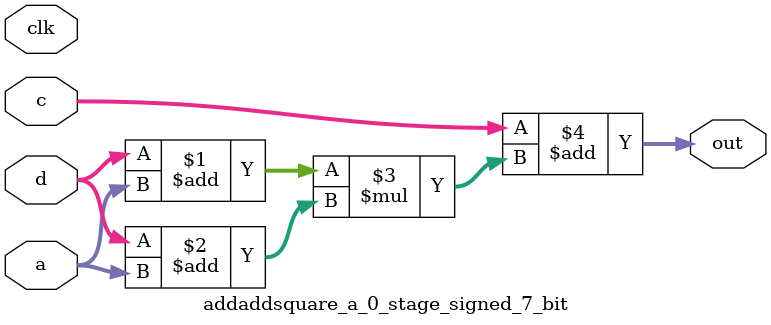
<source format=sv>
(* use_dsp = "yes" *) module addaddsquare_a_0_stage_signed_7_bit(
	input signed [6:0] a,
	input signed [6:0] c,
	input signed [6:0] d,
	output [6:0] out,
	input clk);

	assign out = c + ((d + a) * (d + a));
endmodule

</source>
